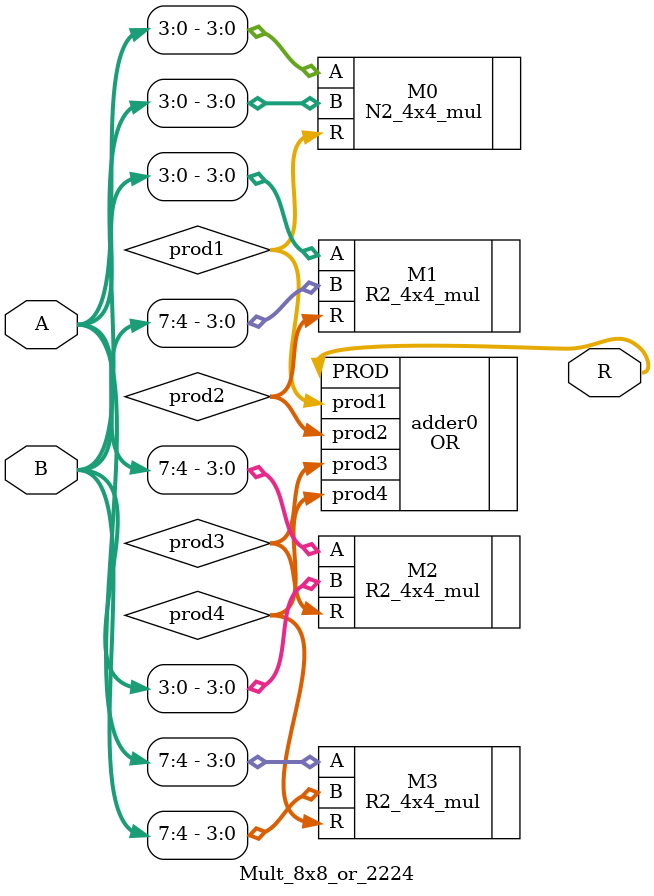
<source format=v>
module Mult_8x8_or_2224(
input [7:0] A,
input [7:0] B,
output [15:0]R
);
wire [7:0]prod1;
wire [7:0]prod2;
wire [7:0]prod3;
wire [7:0]prod4;

N2_4x4_mul M0(.A(A[3:0]),.B(B[3:0]),.R(prod1));
R2_4x4_mul M1(.A(A[3:0]),.B(B[7:4]),.R(prod2));
R2_4x4_mul M2(.A(A[7:4]),.B(B[3:0]),.R(prod3));
R2_4x4_mul M3(.A(A[7:4]),.B(B[7:4]),.R(prod4));
OR adder0(.prod1(prod1),.prod2(prod2),.prod3(prod3),.prod4(prod4),.PROD(R));
endmodule

</source>
